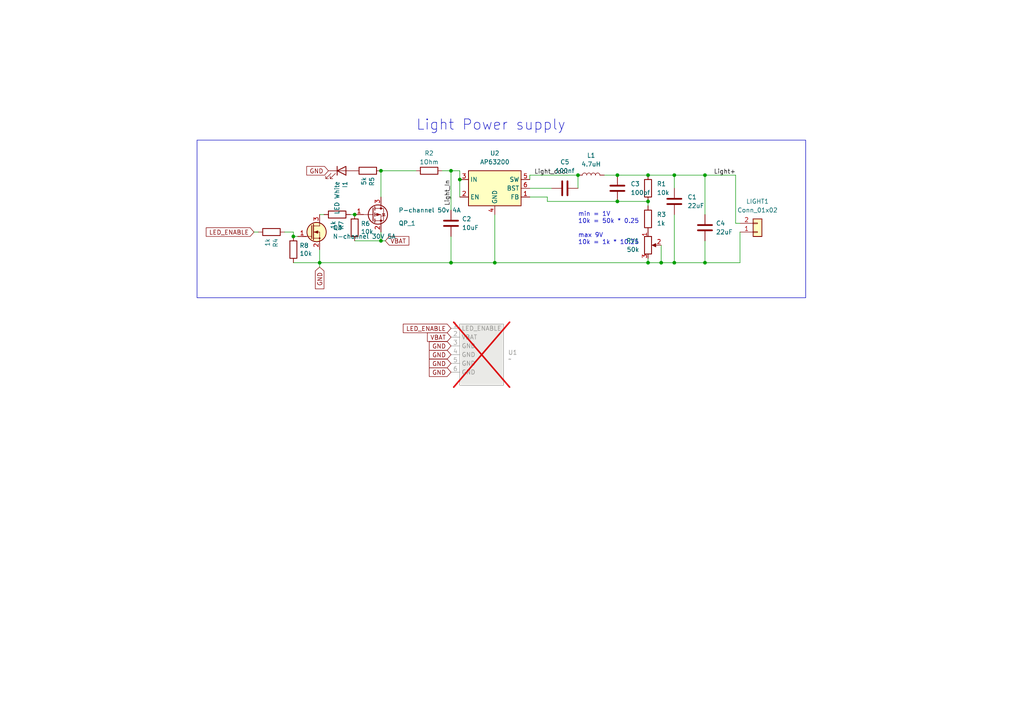
<source format=kicad_sch>
(kicad_sch (version 20250114) (generator "eeschema") (generator_version "9.0")
  (paper "A4")
  (lib_symbols
    (symbol "Connector_Generic:Conn_01x02" (pin_names (offset 1.016) (hide yes))
      (property "Reference" "J" (at 0 2.54 0))
      (property "Value" "Conn_01x02" (at 0 -5.08 0))
      (symbol "Conn_01x02_1_1"
        (rectangle (start -1.27 1.27) (end 1.27 -3.81) (stroke (width 0.254)) (fill (type background)))
        (rectangle (start -1.27 0.127) (end 0 -0.127) (stroke (width 0.1524)))
        (rectangle (start -1.27 -2.413) (end 0 -2.667) (stroke (width 0.1524)))
        (pin passive line (at -5.08 0 0) (length 3.81) (name "Pin_1") (number "1"))
        (pin passive line (at -5.08 -2.54 0) (length 3.81) (name "Pin_2") (number "2"))
      )
    )
    (symbol "Device:C" (pin_numbers (hide yes)) (pin_names (offset 0.254))
      (property "Reference" "C" (at 0.635 2.54 0))
      (property "Value" "C" (at 0.635 -2.54 0))
      (symbol "C_0_1"
        (polyline (pts (xy -2.032 0.762) (xy 2.032 0.762)) (stroke (width 0.508)))
        (polyline (pts (xy -2.032 -0.762) (xy 2.032 -0.762)) (stroke (width 0.508)))
      )
      (symbol "C_1_1"
        (pin passive line (at 0 3.81 270) (length 2.794) (name "~") (number "1"))
        (pin passive line (at 0 -3.81 90) (length 2.794) (name "~") (number "2"))
      )
    )
    (symbol "Device:L" (pin_numbers (hide yes)) (pin_names (offset 1.016) (hide yes))
      (property "Reference" "L" (at -1.27 0 90))
      (property "Value" "L" (at 1.905 0 90))
      (symbol "L_0_1"
        (arc (start 0 2.54) (mid 0.6323 1.905) (end 0 1.27))
        (arc (start 0 1.27) (mid 0.6323 0.635) (end 0 0))
        (arc (start 0 0) (mid 0.6323 -0.635) (end 0 -1.27))
        (arc (start 0 -1.27) (mid 0.6323 -1.905) (end 0 -2.54))
      )
      (symbol "L_1_1"
        (pin passive line (at 0 3.81 270) (length 1.27) (name "1") (number "1"))
        (pin passive line (at 0 -3.81 90) (length 1.27) (name "2") (number "2"))
      )
    )
    (symbol "Device:LED" (pin_numbers (hide yes)) (pin_names (offset 1.016) (hide yes))
      (property "Reference" "D" (at 0 2.54 0))
      (property "Value" "LED" (at 0 -2.54 0))
      (symbol "LED_0_1"
        (polyline (pts (xy -3.048 -0.762) (xy -4.572 -2.286) (xy -3.81 -2.286) (xy -4.572 -2.286) (xy -4.572 -1.524)))
        (polyline (pts (xy -1.778 -0.762) (xy -3.302 -2.286) (xy -2.54 -2.286) (xy -3.302 -2.286) (xy -3.302 -1.524)))
        (polyline (pts (xy -1.27 0) (xy 1.27 0)))
        (polyline (pts (xy -1.27 -1.27) (xy -1.27 1.27)) (stroke (width 0.254)))
        (polyline (pts (xy 1.27 -1.27) (xy 1.27 1.27) (xy -1.27 0) (xy 1.27 -1.27)) (stroke (width 0.254)))
      )
      (symbol "LED_1_1"
        (pin passive line (at -3.81 0 0) (length 2.54) (name "K") (number "1"))
        (pin passive line (at 3.81 0 180) (length 2.54) (name "A") (number "2"))
      )
    )
    (symbol "Device:R" (pin_numbers (hide yes)) (pin_names (offset 0))
      (property "Reference" "R" (at 2.032 0 90))
      (property "Value" "R" (at 0 0 90))
      (symbol "R_0_1"
        (rectangle (start -1.016 -2.54) (end 1.016 2.54) (stroke (width 0.254)))
      )
      (symbol "R_1_1"
        (pin passive line (at 0 3.81 270) (length 1.27) (name "~") (number "1"))
        (pin passive line (at 0 -3.81 90) (length 1.27) (name "~") (number "2"))
      )
    )
    (symbol "Device:R_Potentiometer" (pin_names (offset 1.016) (hide yes))
      (property "Reference" "RV" (at -4.445 0 90))
      (property "Value" "R_Potentiometer" (at -2.54 0 90))
      (symbol "R_Potentiometer_0_1"
        (rectangle (start 1.016 2.54) (end -1.016 -2.54) (stroke (width 0.254)))
        (polyline (pts (xy 1.143 0) (xy 2.286 0.508) (xy 2.286 -0.508) (xy 1.143 0)) (fill (type outline)))
        (polyline (pts (xy 2.54 0) (xy 1.524 0)))
      )
      (symbol "R_Potentiometer_1_1"
        (pin passive line (at 0 3.81 270) (length 1.27) (name "1") (number "1"))
        (pin passive line (at 0 -3.81 90) (length 1.27) (name "3") (number "3"))
        (pin passive line (at 3.81 0 180) (length 1.27) (name "2") (number "2"))
      )
    )
    (symbol "Modules:LightPowerSupply"
      (property "Reference" "U" (at 0 0 0))
      (symbol "LightPowerSupply_1_1"
        (rectangle (start -6.35 -1.27) (end 6.35 -19.05) (fill (type background)))
        (pin input line (at -8.89 -2.54 0) (length 2.54) (name "LED_ENABLE") (number "1"))
        (pin power_in line (at -8.89 -5.08 0) (length 2.54) (name "VBAT") (number "2"))
        (pin input line (at -8.89 -7.62 0) (length 2.54) (name "GND") (number "3"))
        (pin input line (at -8.89 -10.16 0) (length 2.54) (name "GND") (number "4"))
        (pin input line (at -8.89 -12.7 0) (length 2.54) (name "GND") (number "5"))
        (pin input line (at -8.89 -15.24 0) (length 2.54) (name "GND") (number "6"))
      )
    )
    (symbol "PCM_Transistor_MOSFET_AKL:Q_NMOS-D_Generic_GSD" (pin_names (hide yes))
      (property "Reference" "Q" (at 5.08 1.27 0))
      (property "Value" "Q_NMOS-D_Generic_GSD" (at 5.08 -1.27 0))
      (symbol "Q_NMOS-D_Generic_GSD_0_1"
        (polyline (pts (xy 0.254 1.905) (xy 0.254 -1.905)) (stroke (width 0.254)))
        (polyline (pts (xy 0.254 -1.27) (xy -2.54 -1.27)))
        (polyline (pts (xy 0.762 -1.778) (xy 2.54 -1.778)))
        (polyline (pts (xy 0.762 -2.286) (xy 0.762 2.286)) (stroke (width 0.254)))
        (polyline (pts (xy 1.016 0) (xy 2.032 0.381) (xy 2.032 -0.381) (xy 1.016 0)) (fill (type outline)))
        (circle (center 1.651 0) (radius 2.794) (stroke (width 0.254)) (fill (type background)))
        (polyline (pts (xy 2.54 2.54) (xy 2.54 1.778)))
        (polyline (pts (xy 2.54 1.778) (xy 0.762 1.778)))
        (circle (center 2.54 -1.778) (radius 0.1778) (fill (type outline)))
        (polyline (pts (xy 2.54 -2.54) (xy 2.54 0) (xy 0.762 0)))
      )
      (symbol "Q_NMOS-D_Generic_GSD_1_1"
        (pin input line (at -3.81 -1.27 0) (length 2.54) (name "G") (number "1"))
        (pin passive line (at 2.54 5.08 270) (length 2.54) (name "D") (number "3"))
        (pin passive line (at 2.54 -5.08 90) (length 2.54) (name "S") (number "2"))
      )
    )
    (symbol "Regulator_Switching:AP63205WU"
      (property "Reference" "U" (at -7.62 6.35 0))
      (property "Value" "AP63205WU" (at 2.54 6.35 0))
      (symbol "AP63205WU_0_1"
        (rectangle (start -7.62 5.08) (end 7.62 -5.08) (stroke (width 0.254)) (fill (type background)))
      )
      (symbol "AP63205WU_1_1"
        (pin power_in line (at -10.16 2.54 0) (length 2.54) (name "IN") (number "3"))
        (pin input line (at -10.16 -2.54 0) (length 2.54) (name "EN") (number "2"))
        (pin power_in line (at 0 -7.62 90) (length 2.54) (name "GND") (number "4"))
        (pin output line (at 10.16 2.54 180) (length 2.54) (name "SW") (number "5"))
        (pin passive line (at 10.16 0 180) (length 2.54) (name "BST") (number "6"))
        (pin input line (at 10.16 -2.54 180) (length 2.54) (name "FB") (number "1"))
      )
    )
    (symbol "Transistor_FET:BSS84" (pin_names (hide yes))
      (property "Reference" "Q" (at 5.08 1.905 0))
      (property "Value" "BSS84" (at 5.08 0 0))
      (symbol "BSS84_0_1"
        (polyline (pts (xy 0.254 1.905) (xy 0.254 -1.905)) (stroke (width 0.254)))
        (polyline (pts (xy 0.254 0) (xy -2.54 0)))
        (polyline (pts (xy 0.762 2.286) (xy 0.762 1.27)) (stroke (width 0.254)))
        (polyline (pts (xy 0.762 1.778) (xy 3.302 1.778) (xy 3.302 -1.778) (xy 0.762 -1.778)))
        (polyline (pts (xy 0.762 0.508) (xy 0.762 -0.508)) (stroke (width 0.254)))
        (polyline (pts (xy 0.762 -1.27) (xy 0.762 -2.286)) (stroke (width 0.254)))
        (circle (center 1.651 0) (radius 2.794) (stroke (width 0.254)))
        (polyline (pts (xy 2.286 0) (xy 1.27 0.381) (xy 1.27 -0.381) (xy 2.286 0)) (fill (type outline)))
        (polyline (pts (xy 2.54 2.54) (xy 2.54 1.778)))
        (circle (center 2.54 1.778) (radius 0.254) (fill (type outline)))
        (circle (center 2.54 -1.778) (radius 0.254) (fill (type outline)))
        (polyline (pts (xy 2.54 -2.54) (xy 2.54 0) (xy 0.762 0)))
        (polyline (pts (xy 2.794 -0.508) (xy 2.921 -0.381) (xy 3.683 -0.381) (xy 3.81 -0.254)))
        (polyline (pts (xy 3.302 -0.381) (xy 2.921 0.254) (xy 3.683 0.254) (xy 3.302 -0.381)))
      )
      (symbol "BSS84_1_1"
        (pin input line (at -5.08 0 0) (length 2.54) (name "G") (number "1"))
        (pin passive line (at 2.54 5.08 270) (length 2.54) (name "D") (number "3"))
        (pin passive line (at 2.54 -5.08 90) (length 2.54) (name "S") (number "2"))
      )
    )
  )
  (rectangle (start 57.15 40.64) (end 233.68 86.36))
  (text "min = 1V\n10k = 50k * 0.25\n\nmax 9V\n10k = 1k * 10.25" (at 167.64 71.12 0) (effects (font (size 1.27 1.27)) (justify left bottom)))
  (text "Light Power supply" (at 120.65 38.1 0) (effects (font (size 3 3)) (justify left bottom)))
  (junction (at 191.77 76.2))
  (junction (at 130.81 49.53))
  (junction (at 195.58 50.8))
  (junction (at 102.87 62.23))
  (junction (at 143.51 76.2))
  (junction (at 85.09 68.58))
  (junction (at 167.64 50.8))
  (junction (at 130.81 76.2))
  (junction (at 187.96 50.8))
  (junction (at 92.71 76.2))
  (junction (at 195.58 76.2))
  (junction (at 179.07 58.42))
  (junction (at 204.47 50.8))
  (junction (at 110.49 49.53))
  (junction (at 110.49 69.85))
  (junction (at 187.96 58.42))
  (junction (at 133.35 52.07))
  (junction (at 187.96 76.2))
  (junction (at 179.07 50.8))
  (junction (at 204.47 76.2))
  (wire (pts (xy 110.49 49.53) (xy 110.49 57.15)))
  (wire (pts (xy 187.96 76.2) (xy 191.77 76.2)))
  (wire (pts (xy 110.49 69.85) (xy 110.49 67.31)))
  (wire (pts (xy 143.51 62.23) (xy 143.51 76.2)))
  (wire (pts (xy 191.77 71.12) (xy 191.77 76.2)))
  (wire (pts (xy 204.47 76.2) (xy 214.63 76.2)))
  (wire (pts (xy 153.67 57.15) (xy 158.75 57.15)))
  (wire (pts (xy 153.67 50.8) (xy 167.64 50.8)))
  (wire (pts (xy 153.67 52.07) (xy 153.67 50.8)))
  (wire (pts (xy 130.81 76.2) (xy 143.51 76.2)))
  (wire (pts (xy 102.87 69.85) (xy 110.49 69.85)))
  (wire (pts (xy 195.58 76.2) (xy 204.47 76.2)))
  (wire (pts (xy 143.51 76.2) (xy 187.96 76.2)))
  (wire (pts (xy 128.27 49.53) (xy 130.81 49.53)))
  (wire (pts (xy 130.81 49.53) (xy 130.81 60.96)))
  (wire (pts (xy 101.6 62.23) (xy 102.87 62.23)))
  (wire (pts (xy 204.47 50.8) (xy 213.36 50.8)))
  (wire (pts (xy 110.49 49.53) (xy 120.65 49.53)))
  (wire (pts (xy 133.35 52.07) (xy 133.35 57.15)))
  (wire (pts (xy 92.71 76.2) (xy 130.81 76.2)))
  (wire (pts (xy 167.64 50.8) (xy 167.64 54.61)))
  (wire (pts (xy 175.26 50.8) (xy 179.07 50.8)))
  (wire (pts (xy 195.58 50.8) (xy 204.47 50.8)))
  (wire (pts (xy 130.81 49.53) (xy 133.35 49.53)))
  (wire (pts (xy 93.98 62.23) (xy 92.71 62.23)))
  (wire (pts (xy 153.67 54.61) (xy 160.02 54.61)))
  (wire (pts (xy 213.36 64.77) (xy 213.36 50.8)))
  (wire (pts (xy 158.75 58.42) (xy 179.07 58.42)))
  (wire (pts (xy 85.09 68.58) (xy 86.36 68.58)))
  (wire (pts (xy 85.09 67.31) (xy 82.55 67.31)))
  (wire (pts (xy 214.63 64.77) (xy 213.36 64.77)))
  (wire (pts (xy 92.71 77.47) (xy 92.71 76.2)))
  (wire (pts (xy 204.47 50.8) (xy 204.47 62.23)))
  (wire (pts (xy 130.81 68.58) (xy 130.81 76.2)))
  (wire (pts (xy 158.75 57.15) (xy 158.75 58.42)))
  (wire (pts (xy 133.35 52.07) (xy 133.35 49.53)))
  (wire (pts (xy 179.07 50.8) (xy 187.96 50.8)))
  (wire (pts (xy 110.49 69.85) (xy 111.76 69.85)))
  (wire (pts (xy 204.47 69.85) (xy 204.47 76.2)))
  (wire (pts (xy 187.96 58.42) (xy 187.96 59.69)))
  (wire (pts (xy 179.07 58.42) (xy 187.96 58.42)))
  (wire (pts (xy 92.71 72.39) (xy 92.71 76.2)))
  (wire (pts (xy 187.96 76.2) (xy 187.96 74.93)))
  (wire (pts (xy 85.09 76.2) (xy 92.71 76.2)))
  (wire (pts (xy 214.63 76.2) (xy 214.63 67.31)))
  (wire (pts (xy 73.66 67.31) (xy 74.93 67.31)))
  (wire (pts (xy 85.09 68.58) (xy 85.09 67.31)))
  (wire (pts (xy 195.58 62.23) (xy 195.58 76.2)))
  (wire (pts (xy 195.58 50.8) (xy 195.58 54.61)))
  (wire (pts (xy 191.77 76.2) (xy 195.58 76.2)))
  (wire (pts (xy 187.96 50.8) (xy 195.58 50.8)))
  (label "Light+" (at 207.01 50.8 0))
  (label "Light_In" (at 130.81 59.69 90))
  (label "Light_cool" (at 154.94 50.8 0))
  (global_label "VBAT" (shape input) (at 130.81 97.79 180) (property "Intersheetrefs" "${INTERSHEET_REFS}" (effects (hide yes))))
  (global_label "GND" (shape input) (at 130.81 107.95 180) (property "Intersheetrefs" "${INTERSHEET_REFS}" (effects (hide yes))))
  (global_label "LED_ENABLE" (shape input) (at 130.81 95.25 180) (property "Intersheetrefs" "${INTERSHEET_REFS}" (effects (hide yes))))
  (global_label "LED_ENABLE" (shape input) (at 73.66 67.31 180) (property "Intersheetrefs" "${INTERSHEET_REFS}" (effects (hide yes))))
  (global_label "VBAT" (shape input) (at 111.76 69.85 0) (property "Intersheetrefs" "${INTERSHEET_REFS}" (effects (hide yes))))
  (global_label "GND" (shape input) (at 130.81 105.41 180) (property "Intersheetrefs" "${INTERSHEET_REFS}" (effects (hide yes))))
  (global_label "GND" (shape input) (at 92.71 77.47 270) (property "Intersheetrefs" "${INTERSHEET_REFS}" (effects (hide yes))))
  (global_label "GND" (shape input) (at 130.81 100.33 180) (property "Intersheetrefs" "${INTERSHEET_REFS}" (effects (hide yes))))
  (global_label "GND" (shape input) (at 130.81 102.87 180) (property "Intersheetrefs" "${INTERSHEET_REFS}" (effects (hide yes))))
  (global_label "GND" (shape input) (at 95.25 49.53 180) (property "Intersheetrefs" "${INTERSHEET_REFS}" (effects (hide yes))))
  (symbol (lib_id "Device:R") (at 187.96 63.5 0) (unit 1)
    (property "Reference" "R3" (at 190.5 62.23 0) (effects (justify left)))
    (property "Value" "1k" (at 190.5 64.77 0) (effects (justify left)))
    (property "Footprint" "Resistor_SMD:R_0603_1608Metric" (effects (hide yes)))
    (property "LCSC_PART_NUMBER" "C95781" (effects (hide yes)))
  )
  (symbol (lib_id "Device:L") (at 171.45 50.8 90) (unit 1)
    (property "Reference" "L1" (at 171.45 45.085 90))
    (property "Value" "4.7uH" (at 171.45 47.625 90))
    (property "Footprint" "Inductor_SMD:L_1210_3225Metric" (effects (hide yes)))
    (property "Datasheet" "http://www.yuden.co.jp/cs/" (effects (hide yes)))
    (property "LCSC_PART_NUMBER" "C520271" (effects (hide yes)))
  )
  (symbol (lib_id "Modules:LightPowerSupply") (at 139.7 92.71 0) (unit 1) (dnp yes)
    (property "Reference" "U1" (at 147.32 102.2349 0) (effects (justify left)))
    (property "Value" "~" (at 147.32 104.14 0) (effects (justify left)))
    (property "Footprint" "Modules:LightPower" (effects (hide yes)))
  )
  (symbol (lib_id "Device:C") (at 204.47 66.04 0) (unit 1)
    (property "Reference" "C4" (at 207.645 64.7699 0) (effects (justify left)))
    (property "Value" "22uF" (at 207.645 67.3099 0) (effects (justify left)))
    (property "Footprint" "PCM_Capacitor_SMD_Handsoldering_AKL:C_0805_2012Metric_Pad1.18x1.45mm" (effects (hide yes)))
    (property "LCSC_PART_NUMBER" "C45783" (effects (hide yes)))
  )
  (symbol (lib_id "Device:R") (at 124.46 49.53 90) (unit 1)
    (property "Reference" "R2" (at 124.46 44.45 90))
    (property "Value" "1Ohm" (at 124.46 46.99 90))
    (property "Footprint" "Resistor_SMD:R_0603_1608Metric" (effects (hide yes)))
    (property "LCSC" "C25271" (effects (hide yes)))
    (property "LCSC_PART_NUMBER" "C25271" (effects (hide yes)))
  )
  (symbol (lib_id "Device:R_Potentiometer") (at 187.96 71.12 0) (unit 1)
    (property "Reference" "RV1" (at 185.42 69.85 0) (effects (justify right)))
    (property "Value" "50k" (at 185.42 72.39 0) (effects (justify right)))
    (property "Footprint" "Potentiometer_THT:Potentiometer_Bourns_3299W_Vertical" (effects (hide yes)))
    (property "LCSC_PART_NUMBER" "C118911" (effects (hide yes)))
  )
  (symbol (lib_id "Device:R") (at 187.96 54.61 0) (unit 1)
    (property "Reference" "R1" (at 190.5 53.34 0) (effects (justify left)))
    (property "Value" "10k" (at 190.5 55.88 0) (effects (justify left)))
    (property "Footprint" "Resistor_SMD:R_0603_1608Metric" (effects (hide yes)))
    (property "LCSC_PART_NUMBER" "C212284" (effects (hide yes)))
  )
  (symbol (lib_id "Device:R") (at 106.68 49.53 270) (unit 1)
    (property "Reference" "R5" (at 107.8484 51.308 0) (effects (justify left)))
    (property "Value" "5k" (at 105.537 51.308 0) (effects (justify left)))
    (property "Footprint" "Resistor_SMD:R_0603_1608Metric" (effects (hide yes)))
    (property "LCSC_PART_NUMBER" "C17590" (effects (hide yes)))
  )
  (symbol (lib_id "PCM_Transistor_MOSFET_AKL:Q_NMOS-D_Generic_GSD") (at 90.17 67.31 0) (unit 1)
    (property "Reference" "Q3" (at 96.52 66.0399 0) (effects (justify left)))
    (property "Value" "N-channel 30V 5A" (at 96.52 68.5799 0) (effects (justify left)))
    (property "Footprint" "PCM_Package_TO_SOT_SMD_AKL:SOT-23" (effects (hide yes)))
    (property "Description" "N-MOSFET depletion mode transistor, generic symbol, Alternate KiCAD Library" (effects (hide yes)))
    (property "LCSC_PART_NUMBER" "C5364313" (effects (hide yes)))
  )
  (symbol (lib_id "Device:R") (at 102.87 66.04 0) (unit 1)
    (property "Reference" "R6" (at 104.648 64.8716 0) (effects (justify left)))
    (property "Value" "10k" (at 104.648 67.183 0) (effects (justify left)))
    (property "Footprint" "Resistor_SMD:R_0603_1608Metric" (effects (hide yes)))
    (property "LCSC_PART_NUMBER" "C212284" (effects (hide yes)))
  )
  (symbol (lib_id "Device:C") (at 130.81 64.77 0) (unit 1)
    (property "Reference" "C2" (at 133.985 63.4999 0) (effects (justify left)))
    (property "Value" "10uF" (at 133.985 66.0399 0) (effects (justify left)))
    (property "Footprint" "PCM_Capacitor_SMD_Handsoldering_AKL:C_1206_3216Metric_Pad1.33x1.80mm" (effects (hide yes)))
    (property "LCSC_PART_NUMBER" "C13585" (effects (hide yes)))
  )
  (symbol (lib_id "Device:C") (at 163.83 54.61 90) (unit 1)
    (property "Reference" "C5" (at 163.83 46.99 90))
    (property "Value" "100nf" (at 163.83 49.53 90))
    (property "Footprint" "PCM_Capacitor_SMD_Handsoldering_AKL:C_0603_1608Metric_Pad1.08x0.95mm" (effects (hide yes)))
    (property "LCSC_PART_NUMBER" "C49678" (effects (hide yes)))
  )
  (symbol (lib_id "Connector_Generic:Conn_01x02") (at 219.71 67.31 0) (mirror x) (unit 1)
    (property "Reference" "LIGHT1" (at 219.71 58.42 0))
    (property "Value" "Conn_01x02" (at 219.71 60.96 0))
    (property "Footprint" "Connector_JST:JST_EH_B2B-EH-A_1x02_P2.50mm_Vertical" (effects (hide yes)))
  )
  (symbol (lib_id "Transistor_FET:BSS84") (at 107.95 62.23 0) (unit 1)
    (property "Reference" "QP_1" (at 115.57 64.77 0) (effects (justify left)))
    (property "Value" "P-channel 50v 4A" (at 115.57 60.96 0) (effects (justify left)))
    (property "Footprint" "PCM_Package_TO_SOT_SMD_AKL:SOT-23" (effects (hide yes)))
    (property "Datasheet" "http://assets.nexperia.com/documents/data-sheet/BSS84.pdf" (effects (hide yes)))
    (property "Description" "-0.13A Id, -50V Vds, P-Channel MOSFET, SOT-23" (effects (hide yes)))
    (property "LCSC_PART_NUMBER" "C238680" (effects (hide yes)))
  )
  (symbol (lib_id "Device:C") (at 195.58 58.42 0) (unit 1)
    (property "Reference" "C1" (at 199.39 57.15 0) (effects (justify left)))
    (property "Value" "22uF" (at 199.39 59.69 0) (effects (justify left)))
    (property "Footprint" "PCM_Capacitor_SMD_Handsoldering_AKL:C_0805_2012Metric_Pad1.18x1.45mm" (effects (hide yes)))
    (property "LCSC_PART_NUMBER" "C45783" (effects (hide yes)))
  )
  (symbol (lib_id "Device:LED") (at 99.06 49.53 0) (unit 1)
    (property "Reference" "I1" (at 100.0506 52.5272 90) (effects (justify right)))
    (property "Value" "LED White" (at 97.7392 52.5272 90) (effects (justify right)))
    (property "Footprint" "LED_SMD:LED_0805_2012Metric" (effects (hide yes)))
    (property "Description" "Light emitting diode" (effects (hide yes)))
    (property "LCSC_PART_NUMBER" "C84256" (effects (hide yes)))
    (property "Sim.Pins" "1=K 2=A" (effects (hide yes)))
  )
  (symbol (lib_id "Regulator_Switching:AP63205WU") (at 143.51 54.61 0) (unit 1)
    (property "Reference" "U2" (at 143.51 44.45 0))
    (property "Value" "AP63200" (at 143.51 46.99 0))
    (property "Footprint" "Package_TO_SOT_SMD:TSOT-23-6" (effects (hide yes)))
    (property "Datasheet" "https://www.diodes.com/assets/Datasheets/AP63200-AP63201-AP63203-AP63205.pdf" (effects (hide yes)))
    (property "LCSC" "C2071056" (effects (hide yes)))
    (property "LCSC_PART_NUMBER" "C2071868" (effects (hide yes)))
  )
  (symbol (lib_id "Device:C") (at 179.07 54.61 0) (unit 1)
    (property "Reference" "C3" (at 182.88 53.34 0) (effects (justify left)))
    (property "Value" "100pf" (at 182.88 55.88 0) (effects (justify left)))
    (property "Footprint" "PCM_Capacitor_SMD_Handsoldering_AKL:C_0603_1608Metric_Pad1.08x0.95mm" (effects (hide yes)))
    (property "LCSC_PART_NUMBER" "C14665" (effects (hide yes)))
  )
  (symbol (lib_id "Device:R") (at 97.79 62.23 270) (unit 1)
    (property "Reference" "R7" (at 98.9584 64.008 0) (effects (justify left)))
    (property "Value" "1k" (at 96.647 64.008 0) (effects (justify left)))
    (property "Footprint" "Resistor_SMD:R_0603_1608Metric" (effects (hide yes)))
    (property "LCSC_PART_NUMBER" "C95781" (effects (hide yes)))
  )
  (symbol (lib_id "Device:R") (at 85.09 72.39 0) (unit 1)
    (property "Reference" "R8" (at 86.868 71.2216 0) (effects (justify left)))
    (property "Value" "10k" (at 86.868 73.533 0) (effects (justify left)))
    (property "Footprint" "Resistor_SMD:R_0603_1608Metric" (effects (hide yes)))
    (property "LCSC_PART_NUMBER" "C212284" (effects (hide yes)))
  )
  (symbol (lib_id "Device:R") (at 78.74 67.31 270) (unit 1)
    (property "Reference" "R4" (at 79.9084 69.088 0) (effects (justify left)))
    (property "Value" "1k" (at 77.597 69.088 0) (effects (justify left)))
    (property "Footprint" "Resistor_SMD:R_0603_1608Metric" (effects (hide yes)))
    (property "LCSC_PART_NUMBER" "C95781" (effects (hide yes)))
  )
)
</source>
